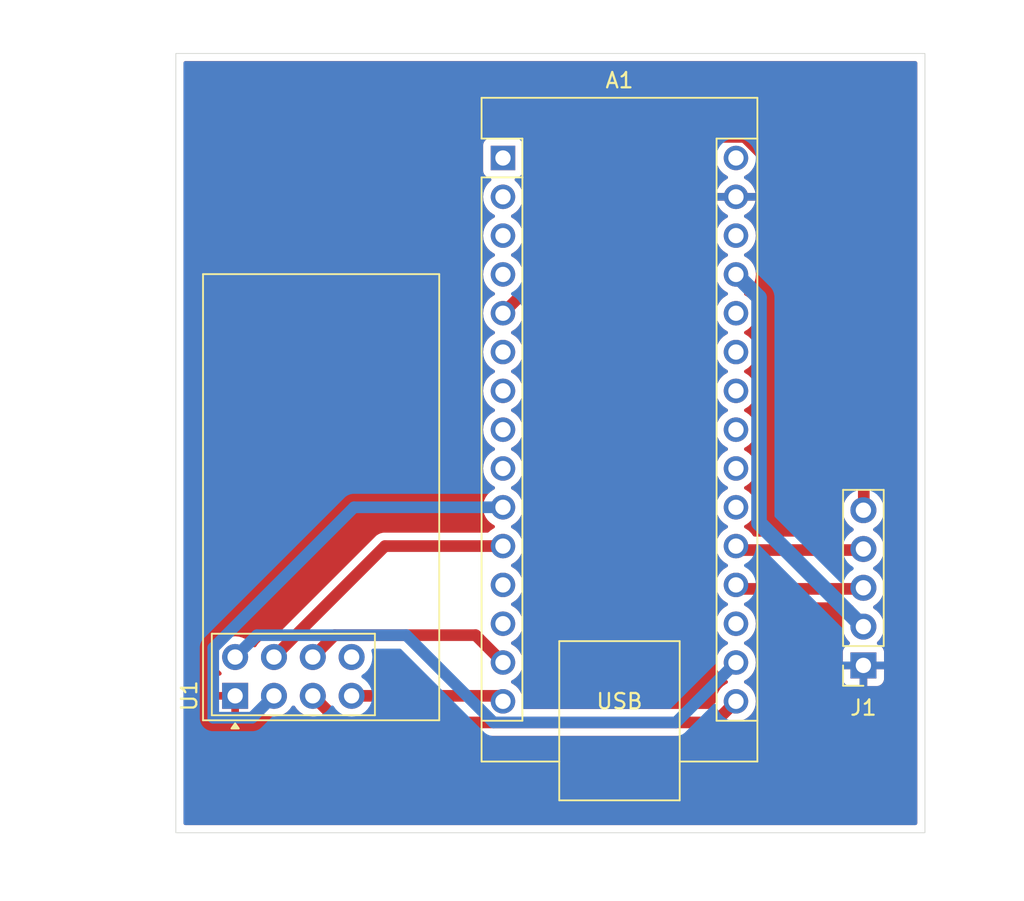
<source format=kicad_pcb>
(kicad_pcb (version 20240108) (generator "pcbnew") (generator_version "8.0")
  (layers (0 "F.Cu" signal) (31 "B.Cu" signal) (34 "B.Paste" user) (35 "F.Paste" user) (36 "B.SilkS" user "B.Silkscreen") (37 "F.SilkS" user "F.Silkscreen") (38 "B.Mask" user) (39 "F.Mask" user) (44 "Edge.Cuts" user))
  (net 0 "")
  (net 5 "/SCK(OUT)")
  (net 6 "/SW(Out)")
  (net 7 "/CE(OUT)")
  (net 8 "/MISO(OUT)")
  (net 10 "Net-(A1-3V3)")
  (net 14 "Net-(A1-D8)")
  (net 17 "/Vx(Out)")
  (net 19 "/MOSI(OUT)")
  (net 22 "Net-(A1-A1)")
  (net 27 "/5V")
  (net 31 "GND")
  (footprint "Module:Arduino_Nano" (layer "F.Cu") (at 126.9 80.34)
    (property "Reference" "A1" (at 7.62 -5.08 0) (layer "F.SilkS"))
    (property "Value" "Arduino_Nano_v3.x")
    (fp_line (start -1.4 -3.94) (end -1.4 -1.27) (stroke (width 0.12)) (layer "F.SilkS"))
    (fp_line (start -1.4 1.27) (end -1.4 39.5) (stroke (width 0.12)) (layer "F.SilkS"))
    (fp_line (start -1.4 39.5) (end 3.68 39.5) (stroke (width 0.12)) (layer "F.SilkS"))
    (fp_line (start 1.27 -1.27) (end -1.4 -1.27) (stroke (width 0.12)) (layer "F.SilkS"))
    (fp_line (start 1.27 1.27) (end -1.4 1.27) (stroke (width 0.12)) (layer "F.SilkS"))
    (fp_line (start 1.27 1.27) (end 1.27 -1.27) (stroke (width 0.12)) (layer "F.SilkS"))
    (fp_line (start 1.27 1.27) (end 1.27 36.83) (stroke (width 0.12)) (layer "F.SilkS"))
    (fp_line (start 1.27 36.83) (end -1.4 36.83) (stroke (width 0.12)) (layer "F.SilkS"))
    (fp_line (start 3.68 31.62) (end 11.56 31.62) (stroke (width 0.12)) (layer "F.SilkS"))
    (fp_line (start 3.68 42.04) (end 3.68 31.62) (stroke (width 0.12)) (layer "F.SilkS"))
    (fp_line (start 11.56 31.62) (end 11.56 42.04) (stroke (width 0.12)) (layer "F.SilkS"))
    (fp_line (start 11.56 42.04) (end 3.68 42.04) (stroke (width 0.12)) (layer "F.SilkS"))
    (fp_line (start 13.97 -1.27) (end 13.97 36.83) (stroke (width 0.12)) (layer "F.SilkS"))
    (fp_line (start 13.97 -1.27) (end 16.64 -1.27) (stroke (width 0.12)) (layer "F.SilkS"))
    (fp_line (start 13.97 36.83) (end 16.64 36.83) (stroke (width 0.12)) (layer "F.SilkS"))
    (fp_line (start 16.64 -3.94) (end -1.4 -3.94) (stroke (width 0.12)) (layer "F.SilkS"))
    (fp_line (start 16.64 39.5) (end 11.56 39.5) (stroke (width 0.12)) (layer "F.SilkS"))
    (fp_line (start 16.64 39.5) (end 16.64 -3.94) (stroke (width 0.12)) (layer "F.SilkS"))
    (fp_text user "USB" (at 7.62 35.56 0) (layer "F.SilkS"))
    (pad "1" thru_hole rect (at 0 0) (size 1.6 1.6) (drill 1) (layers "*.Cu" "*.Mask"))
    (pad "2" thru_hole oval (at 0 2.54) (size 1.6 1.6) (drill 1) (layers "*.Cu" "*.Mask"))
    (pad "3" thru_hole oval (at 0 5.08) (size 1.6 1.6) (drill 1) (layers "*.Cu" "*.Mask"))
    (pad "4" thru_hole oval (at 0 7.62) (size 1.6 1.6) (drill 1) (layers "*.Cu" "*.Mask"))
    (pad "5" thru_hole oval (at 0 10.16) (size 1.6 1.6) (drill 1) (layers "*.Cu" "*.Mask") (net 6 "/SW(Out)"))
    (pad "6" thru_hole oval (at 0 12.7) (size 1.6 1.6) (drill 1) (layers "*.Cu" "*.Mask"))
    (pad "7" thru_hole oval (at 0 15.24) (size 1.6 1.6) (drill 1) (layers "*.Cu" "*.Mask"))
    (pad "8" thru_hole oval (at 0 17.78) (size 1.6 1.6) (drill 1) (layers "*.Cu" "*.Mask"))
    (pad "9" thru_hole oval (at 0 20.32) (size 1.6 1.6) (drill 1) (layers "*.Cu" "*.Mask"))
    (pad "10" thru_hole oval (at 0 22.86) (size 1.6 1.6) (drill 1) (layers "*.Cu" "*.Mask") (net 7 "/CE(OUT)"))
    (pad "11" thru_hole oval (at 0 25.4) (size 1.6 1.6) (drill 1) (layers "*.Cu" "*.Mask") (net 14 "Net-(A1-D8)"))
    (pad "12" thru_hole oval (at 0 27.94) (size 1.6 1.6) (drill 1) (layers "*.Cu" "*.Mask"))
    (pad "13" thru_hole oval (at 0 30.48) (size 1.6 1.6) (drill 1) (layers "*.Cu" "*.Mask"))
    (pad "14" thru_hole oval (at 0 33.02) (size 1.6 1.6) (drill 1) (layers "*.Cu" "*.Mask") (net 19 "/MOSI(OUT)"))
    (pad "15" thru_hole oval (at 0 35.56) (size 1.6 1.6) (drill 1) (layers "*.Cu" "*.Mask") (net 8 "/MISO(OUT)"))
    (pad "16" thru_hole oval (at 15.24 35.56) (size 1.6 1.6) (drill 1) (layers "*.Cu" "*.Mask") (net 5 "/SCK(OUT)"))
    (pad "17" thru_hole oval (at 15.24 33.02) (size 1.6 1.6) (drill 1) (layers "*.Cu" "*.Mask") (net 10 "Net-(A1-3V3)"))
    (pad "18" thru_hole oval (at 15.24 30.48) (size 1.6 1.6) (drill 1) (layers "*.Cu" "*.Mask"))
    (pad "19" thru_hole oval (at 15.24 27.94) (size 1.6 1.6) (drill 1) (layers "*.Cu" "*.Mask") (net 17 "/Vx(Out)"))
    (pad "20" thru_hole oval (at 15.24 25.4) (size 1.6 1.6) (drill 1) (layers "*.Cu" "*.Mask") (net 22 "Net-(A1-A1)"))
    (pad "21" thru_hole oval (at 15.24 22.86) (size 1.6 1.6) (drill 1) (layers "*.Cu" "*.Mask"))
    (pad "22" thru_hole oval (at 15.24 20.32) (size 1.6 1.6) (drill 1) (layers "*.Cu" "*.Mask"))
    (pad "23" thru_hole oval (at 15.24 17.78) (size 1.6 1.6) (drill 1) (layers "*.Cu" "*.Mask"))
    (pad "24" thru_hole oval (at 15.24 15.24) (size 1.6 1.6) (drill 1) (layers "*.Cu" "*.Mask"))
    (pad "25" thru_hole oval (at 15.24 12.7) (size 1.6 1.6) (drill 1) (layers "*.Cu" "*.Mask"))
    (pad "26" thru_hole oval (at 15.24 10.16) (size 1.6 1.6) (drill 1) (layers "*.Cu" "*.Mask"))
    (pad "27" thru_hole oval (at 15.24 7.62) (size 1.6 1.6) (drill 1) (layers "*.Cu" "*.Mask") (net 27 "/5V"))
    (pad "28" thru_hole oval (at 15.24 5.08) (size 1.6 1.6) (drill 1) (layers "*.Cu" "*.Mask"))
    (pad "29" thru_hole oval (at 15.24 2.54) (size 1.6 1.6) (drill 1) (layers "*.Cu" "*.Mask") (net 31 "GND"))
    (pad "30" thru_hole oval (at 15.24 0) (size 1.6 1.6) (drill 1) (layers "*.Cu" "*.Mask"))
  )
  (footprint "Connector_PinSocket_2.54mm:PinSocket_1x05_P2.54mm_Vertical" (layer "F.Cu") (at 150.475 113.55 180)
    (property "Reference" "J1" (at 0 -2.77 180) (layer "F.SilkS"))
    (property "Value" "Conn_01x05_Socket")
    (fp_line (start 1.33 1.27) (end 1.33 11.49) (stroke (width 0.12)) (layer "F.SilkS"))
    (fp_line (start 1.33 -1.33) (end 1.33 0) (stroke (width 0.12)) (layer "F.SilkS"))
    (fp_line (start 0 -1.33) (end 1.33 -1.33) (stroke (width 0.12)) (layer "F.SilkS"))
    (fp_line (start -1.33 11.49) (end 1.33 11.49) (stroke (width 0.12)) (layer "F.SilkS"))
    (fp_line (start -1.33 1.27) (end 1.33 1.27) (stroke (width 0.12)) (layer "F.SilkS"))
    (fp_line (start -1.33 1.27) (end -1.33 11.49) (stroke (width 0.12)) (layer "F.SilkS"))
    (pad "1" thru_hole rect (at 0 0 180) (size 1.7 1.7) (drill 1) (layers "*.Cu" "*.Mask") (net 31 "GND"))
    (pad "2" thru_hole oval (at 0 2.54 180) (size 1.7 1.7) (drill 1) (layers "*.Cu" "*.Mask") (net 27 "/5V"))
    (pad "3" thru_hole oval (at 0 5.08 180) (size 1.7 1.7) (drill 1) (layers "*.Cu" "*.Mask") (net 17 "/Vx(Out)"))
    (pad "4" thru_hole oval (at 0 7.62 180) (size 1.7 1.7) (drill 1) (layers "*.Cu" "*.Mask") (net 22 "Net-(A1-A1)"))
    (pad "5" thru_hole oval (at 0 10.16 180) (size 1.7 1.7) (drill 1) (layers "*.Cu" "*.Mask") (net 6 "/SW(Out)"))
  )
  (footprint "RF_Module:nRF24L01_Breakout" (layer "F.Cu") (at 109.38 115.54 90)
    (property "Reference" "U1" (at 0 -3 -90) (layer "F.SilkS"))
    (property "Value" "NRF24L01_Breakout")
    (fp_line (start 27.6 -2.1) (end 27.6 13.35) (stroke (width 0.12)) (layer "F.SilkS"))
    (fp_line (start -1.6 -2.1) (end 27.6 -2.1) (stroke (width 0.12)) (layer "F.SilkS"))
    (fp_line (start -1.6 -2.1) (end -1.6 -2.1) (stroke (width 0.12)) (layer "F.SilkS"))
    (fp_line (start 4.064 -1.524) (end 4.064 9.144) (stroke (width 0.12)) (layer "F.SilkS"))
    (fp_line (start -1.27 -1.524) (end 4.064 -1.524) (stroke (width 0.12)) (layer "F.SilkS"))
    (fp_line (start -1.27 -1.524) (end -1.27 -1.524) (stroke (width 0.12)) (layer "F.SilkS"))
    (fp_line (start 4.064 9.144) (end -1.27 9.144) (stroke (width 0.12)) (layer "F.SilkS"))
    (fp_line (start -1.27 9.144) (end -1.27 -1.524) (stroke (width 0.12)) (layer "F.SilkS"))
    (fp_line (start -1.27 9.144) (end -1.27 9.144) (stroke (width 0.12)) (layer "F.SilkS"))
    (fp_line (start 27.6 13.35) (end -1.6 13.35) (stroke (width 0.12)) (layer "F.SilkS"))
    (fp_line (start -1.6 13.35) (end -1.6 -2.1) (stroke (width 0.12)) (layer "F.SilkS"))
    (fp_poly (pts (xy -1.8 0) (xy -2.136 0.24) (xy -2.136 -0.24) (xy -1.8 0)) (stroke (width 0.12)) (fill solid) (layer "F.SilkS"))
    (pad "1" thru_hole rect (at 0 0 90) (size 1.7 1.7) (drill 1) (layers "*.Cu" "*.Mask") (net 31 "GND"))
    (pad "2" thru_hole circle (at 2.54 0 90) (size 1.7 1.7) (drill 1) (layers "*.Cu" "*.Mask") (net 10 "Net-(A1-3V3)"))
    (pad "3" thru_hole circle (at 0 2.54 90) (size 1.7 1.7) (drill 1) (layers "*.Cu" "*.Mask") (net 7 "/CE(OUT)"))
    (pad "4" thru_hole circle (at 2.54 2.54 90) (size 1.7 1.7) (drill 1) (layers "*.Cu" "*.Mask") (net 14 "Net-(A1-D8)"))
    (pad "5" thru_hole circle (at 0 5.08 90) (size 1.7 1.7) (drill 1) (layers "*.Cu" "*.Mask") (net 5 "/SCK(OUT)"))
    (pad "6" thru_hole circle (at 2.54 5.08 90) (size 1.7 1.7) (drill 1) (layers "*.Cu" "*.Mask") (net 19 "/MOSI(OUT)"))
    (pad "7" thru_hole circle (at 0 7.62 90) (size 1.7 1.7) (drill 1) (layers "*.Cu" "*.Mask") (net 8 "/MISO(OUT)"))
    (pad "8" thru_hole circle (at 2.54 7.62 90) (size 1.7 1.7) (drill 1) (layers "*.Cu" "*.Mask"))
  )
  (gr_rect (start 105.5 73.5) (end 154.5 124.5) (stroke (width 0.05)) (fill none) (layer "Edge.Cuts"))
  (segment (start 116.201 117.281) (end 140.759 117.281) (width 0.762) (layer "F.Cu") (net 5))
  (segment (start 140.759 117.281) (end 142.14 115.9) (width 0.762) (layer "F.Cu") (net 5))
  (segment (start 114.46 115.54) (end 116.201 117.281) (width 0.762) (layer "F.Cu") (net 5))
  (segment (start 138.441 78.959) (end 126.9 90.5) (width 0.762) (layer "F.Cu") (net 6))
  (segment (start 150.5 103.46) (end 150.5 86.746971) (width 0.762) (layer "F.Cu") (net 6))
  (segment (start 150.5 86.746971) (end 142.712029 78.959) (width 0.762) (layer "F.Cu") (net 6))
  (segment (start 142.712029 78.959) (end 138.441 78.959) (width 0.762) (layer "F.Cu") (net 6))
  (segment (start 110.489 116.971) (end 107.949 116.971) (width 0.762) (layer "B.Cu") (net 7))
  (segment (start 117.15626 103.2) (end 126.9 103.2) (width 0.762) (layer "B.Cu") (net 7))
  (segment (start 107.949 112.40726) (end 117.15626 103.2) (width 0.762) (layer "B.Cu") (net 7))
  (segment (start 107.949 116.971) (end 107.949 112.40726) (width 0.762) (layer "B.Cu") (net 7))
  (segment (start 111.92 115.54) (end 110.489 116.971) (width 0.762) (layer "B.Cu") (net 7))
  (segment (start 126.54 115.54) (end 126.9 115.9) (width 0.762) (layer "F.Cu") (net 8))
  (segment (start 117 115.54) (end 126.54 115.54) (width 0.762) (layer "F.Cu") (net 8))
  (segment (start 110.811 111.569) (end 120.569 111.569) (width 0.762) (layer "B.Cu") (net 10))
  (segment (start 120.569 111.569) (end 126.281 117.281) (width 0.762) (layer "B.Cu") (net 10))
  (segment (start 138.219 117.281) (end 142.14 113.36) (width 0.762) (layer "B.Cu") (net 10))
  (segment (start 109.38 113) (end 110.811 111.569) (width 0.762) (layer "B.Cu") (net 10))
  (segment (start 126.281 117.281) (end 138.219 117.281) (width 0.762) (layer "B.Cu") (net 10))
  (segment (start 119.18 105.74) (end 126.9 105.74) (width 0.762) (layer "F.Cu") (net 14))
  (segment (start 111.92 113) (end 119.18 105.74) (width 0.762) (layer "F.Cu") (net 14))
  (segment (start 142.4 108.54) (end 142.14 108.28) (width 0.762) (layer "F.Cu") (net 17))
  (segment (start 150.5 108.54) (end 142.4 108.54) (width 0.762) (layer "F.Cu") (net 17))
  (segment (start 125.109 111.569) (end 126.9 113.36) (width 0.762) (layer "F.Cu") (net 19))
  (segment (start 114.46 113) (end 115.891 111.569) (width 0.762) (layer "F.Cu") (net 19))
  (segment (start 115.891 111.569) (end 125.109 111.569) (width 0.762) (layer "F.Cu") (net 19))
  (segment (start 142.4 106) (end 142.14 105.74) (width 0.762) (layer "F.Cu") (net 22))
  (segment (start 150.5 106) (end 142.4 106) (width 0.762) (layer "F.Cu") (net 22))
  (segment (start 150.5 111.08) (end 143.648 104.228) (width 1.016) (layer "B.Cu") (net 27))
  (segment (start 143.648 89.468) (end 142.14 87.96) (width 1.016) (layer "B.Cu") (net 27))
  (segment (start 143.648 104.228) (end 143.648 89.468) (width 1.016) (layer "B.Cu") (net 27))
  (zone (net 31) (net_name "GND") (layers "F&B.Cu") (priority 2) (connect_pads (clearance 0.5)) (min_thickness 0.25) (fill yes (thermal_gap 0.5) (thermal_bridge_width 0.5))
    (polygon (pts (xy 111.5 111) (xy 102.5 72.5) (xy 156 73) (xy 156 125.5) (xy 94 125) (xy 103.5 74.5)))
  )
)
</source>
